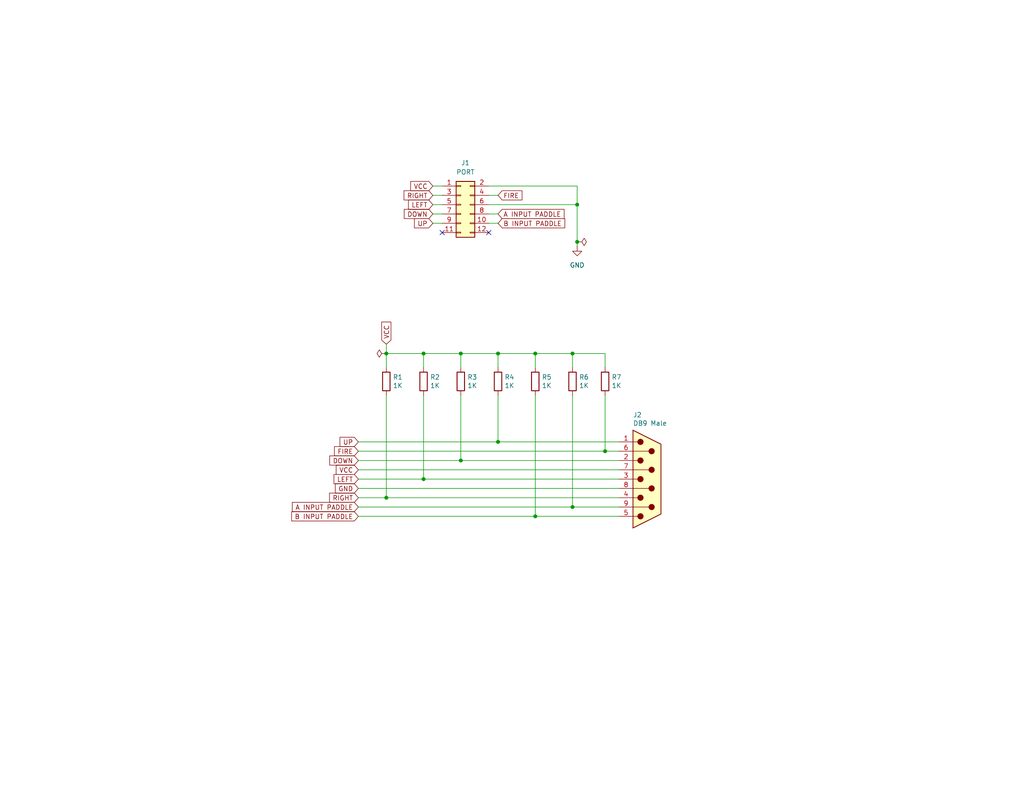
<source format=kicad_sch>
(kicad_sch (version 20250114) (generator "eeschema") (generator_version "9.0")
  (paper "USLetter")
  (title_block (title "6502 Joystick Helper") (date "2025-09-18") (rev "1.0") (company "A.C. Wright Design"))
  (lib_symbols
    (symbol "6502 Parts:DB9 Male" (pin_names (offset 1.016) (hide yes))
      (property "Reference" "J" (at 0 13.97 0))
      (property "Value" "DB9 Male (DTE)" (at 0 -14.605 0))
      (symbol "DB9 Male_0_1"
        (polyline (pts (xy -3.81 10.16) (xy -2.54 10.16)))
        (polyline (pts (xy -3.81 7.62) (xy 0.508 7.62)))
        (polyline (pts (xy -3.81 5.08) (xy -2.54 5.08)))
        (polyline (pts (xy -3.81 2.54) (xy 0.508 2.54)))
        (polyline (pts (xy -3.81 0) (xy -2.54 0)))
        (polyline (pts (xy -3.81 -2.54) (xy 0.508 -2.54)))
        (polyline (pts (xy -3.81 -5.08) (xy -2.54 -5.08)))
        (polyline (pts (xy -3.81 -7.62) (xy 0.508 -7.62)))
        (polyline (pts (xy -3.81 -10.16) (xy -2.54 -10.16)))
      )
      (symbol "DB9 Male_1_1"
        (polyline (pts (xy -3.81 13.335) (xy -3.81 -13.335) (xy 3.81 -9.525) (xy 3.81 9.525) (xy -3.81 13.335)) (stroke (width 0.254)) (fill (type background)))
        (circle (center -1.778 10.16) (radius 0.762) (fill (type outline)))
        (circle (center -1.778 5.08) (radius 0.762) (fill (type outline)))
        (circle (center -1.778 0) (radius 0.762) (fill (type outline)))
        (circle (center -1.778 -5.08) (radius 0.762) (fill (type outline)))
        (circle (center -1.778 -10.16) (radius 0.762) (fill (type outline)))
        (circle (center 1.27 7.62) (radius 0.762) (fill (type outline)))
        (circle (center 1.27 2.54) (radius 0.762) (fill (type outline)))
        (circle (center 1.27 -2.54) (radius 0.762) (fill (type outline)))
        (circle (center 1.27 -7.62) (radius 0.762) (fill (type outline)))
        (pin passive line (at -7.62 10.16 0) (length 3.81) (name "1") (number "1"))
        (pin passive line (at -7.62 7.62 0) (length 3.81) (name "6") (number "6"))
        (pin passive line (at -7.62 5.08 0) (length 3.81) (name "2") (number "2"))
        (pin passive line (at -7.62 2.54 0) (length 3.81) (name "7") (number "7"))
        (pin passive line (at -7.62 0 0) (length 3.81) (name "3") (number "3"))
        (pin passive line (at -7.62 -2.54 0) (length 3.81) (name "8") (number "8"))
        (pin passive line (at -7.62 -5.08 0) (length 3.81) (name "4") (number "4"))
        (pin passive line (at -7.62 -7.62 0) (length 3.81) (name "9") (number "9"))
        (pin passive line (at -7.62 -10.16 0) (length 3.81) (name "5") (number "5"))
      )
    )
    (symbol "Connector_Generic:Conn_02x06_Odd_Even" (pin_names (offset 1.016) (hide yes))
      (property "Reference" "J" (at 1.27 7.62 0))
      (property "Value" "Conn_02x06_Odd_Even" (at 1.27 -10.16 0))
      (symbol "Conn_02x06_Odd_Even_1_1"
        (rectangle (start -1.27 6.35) (end 3.81 -8.89) (stroke (width 0.254)) (fill (type background)))
        (rectangle (start -1.27 5.207) (end 0 4.953) (stroke (width 0.1524)))
        (rectangle (start -1.27 2.667) (end 0 2.413) (stroke (width 0.1524)))
        (rectangle (start -1.27 0.127) (end 0 -0.127) (stroke (width 0.1524)))
        (rectangle (start -1.27 -2.413) (end 0 -2.667) (stroke (width 0.1524)))
        (rectangle (start -1.27 -4.953) (end 0 -5.207) (stroke (width 0.1524)))
        (rectangle (start -1.27 -7.493) (end 0 -7.747) (stroke (width 0.1524)))
        (rectangle (start 3.81 5.207) (end 2.54 4.953) (stroke (width 0.1524)))
        (rectangle (start 3.81 2.667) (end 2.54 2.413) (stroke (width 0.1524)))
        (rectangle (start 3.81 0.127) (end 2.54 -0.127) (stroke (width 0.1524)))
        (rectangle (start 3.81 -2.413) (end 2.54 -2.667) (stroke (width 0.1524)))
        (rectangle (start 3.81 -4.953) (end 2.54 -5.207) (stroke (width 0.1524)))
        (rectangle (start 3.81 -7.493) (end 2.54 -7.747) (stroke (width 0.1524)))
        (pin passive line (at -5.08 5.08 0) (length 3.81) (name "Pin_1") (number "1"))
        (pin passive line (at -5.08 2.54 0) (length 3.81) (name "Pin_3") (number "3"))
        (pin passive line (at -5.08 0 0) (length 3.81) (name "Pin_5") (number "5"))
        (pin passive line (at -5.08 -2.54 0) (length 3.81) (name "Pin_7") (number "7"))
        (pin passive line (at -5.08 -5.08 0) (length 3.81) (name "Pin_9") (number "9"))
        (pin passive line (at -5.08 -7.62 0) (length 3.81) (name "Pin_11") (number "11"))
        (pin passive line (at 7.62 5.08 180) (length 3.81) (name "Pin_2") (number "2"))
        (pin passive line (at 7.62 2.54 180) (length 3.81) (name "Pin_4") (number "4"))
        (pin passive line (at 7.62 0 180) (length 3.81) (name "Pin_6") (number "6"))
        (pin passive line (at 7.62 -2.54 180) (length 3.81) (name "Pin_8") (number "8"))
        (pin passive line (at 7.62 -5.08 180) (length 3.81) (name "Pin_10") (number "10"))
        (pin passive line (at 7.62 -7.62 180) (length 3.81) (name "Pin_12") (number "12"))
      )
    )
    (symbol "Device:R" (pin_numbers (hide yes)) (pin_names (offset 0))
      (property "Reference" "R" (at 2.032 0 90))
      (property "Value" "R" (at 0 0 90))
      (symbol "R_0_1"
        (rectangle (start -1.016 -2.54) (end 1.016 2.54) (stroke (width 0.254)))
      )
      (symbol "R_1_1"
        (pin passive line (at 0 3.81 270) (length 1.27) (name "~") (number "1"))
        (pin passive line (at 0 -3.81 90) (length 1.27) (name "~") (number "2"))
      )
    )
    (symbol "power:GND" (power) (pin_numbers (hide yes)) (pin_names (offset 0) (hide yes))
      (property "Value" "GND" (at 0 -3.81 0))
      (symbol "GND_0_1"
        (polyline (pts (xy 0 0) (xy 0 -1.27) (xy 1.27 -1.27) (xy 0 -2.54) (xy -1.27 -1.27) (xy 0 -1.27)))
      )
      (symbol "GND_1_1"
        (pin power_in line (at 0 0 270) (length 0) (name "~") (number "1"))
      )
    )
    (symbol "power:PWR_FLAG" (power) (pin_numbers (hide yes)) (pin_names (offset 0) (hide yes))
      (property "Value" "PWR_FLAG" (at 0 3.81 0))
      (symbol "PWR_FLAG_0_0"
        (pin power_out line (at 0 0 90) (length 0) (name "~") (number "1"))
      )
      (symbol "PWR_FLAG_0_1"
        (polyline (pts (xy 0 0) (xy 0 1.27) (xy -1.016 1.905) (xy 0 2.54) (xy 1.016 1.905) (xy 0 1.27)))
      )
    )
  )
  (junction (at 115.57 96.52))
  (junction (at 125.73 96.52))
  (junction (at 156.21 138.43))
  (junction (at 135.89 120.65))
  (junction (at 146.05 140.97))
  (junction (at 156.21 96.52))
  (junction (at 165.1 123.19))
  (junction (at 115.57 130.81))
  (junction (at 105.41 96.52))
  (junction (at 105.41 135.89))
  (junction (at 146.05 96.52))
  (junction (at 157.48 55.88))
  (junction (at 157.48 66.04))
  (junction (at 135.89 96.52))
  (junction (at 125.73 125.73))
  (no_connect (at 133.35 63.5))
  (no_connect (at 120.65 63.5))
  (wire (pts (xy 156.21 96.52) (xy 165.1 96.52)))
  (wire (pts (xy 118.11 55.88) (xy 120.65 55.88)))
  (wire (pts (xy 146.05 96.52) (xy 135.89 96.52)))
  (wire (pts (xy 125.73 125.73) (xy 168.91 125.73)))
  (wire (pts (xy 133.35 60.96) (xy 135.89 60.96)))
  (wire (pts (xy 133.35 50.8) (xy 157.48 50.8)))
  (wire (pts (xy 125.73 107.95) (xy 125.73 125.73)))
  (wire (pts (xy 97.79 130.81) (xy 115.57 130.81)))
  (wire (pts (xy 156.21 96.52) (xy 156.21 100.33)))
  (wire (pts (xy 97.79 135.89) (xy 105.41 135.89)))
  (wire (pts (xy 133.35 53.34) (xy 135.89 53.34)))
  (wire (pts (xy 97.79 123.19) (xy 165.1 123.19)))
  (wire (pts (xy 115.57 96.52) (xy 105.41 96.52)))
  (wire (pts (xy 156.21 96.52) (xy 146.05 96.52)))
  (wire (pts (xy 133.35 58.42) (xy 135.89 58.42)))
  (wire (pts (xy 125.73 96.52) (xy 125.73 100.33)))
  (wire (pts (xy 165.1 107.95) (xy 165.1 123.19)))
  (wire (pts (xy 135.89 107.95) (xy 135.89 120.65)))
  (wire (pts (xy 118.11 50.8) (xy 120.65 50.8)))
  (wire (pts (xy 97.79 140.97) (xy 146.05 140.97)))
  (wire (pts (xy 115.57 130.81) (xy 168.91 130.81)))
  (wire (pts (xy 105.41 93.98) (xy 105.41 96.52)))
  (wire (pts (xy 165.1 100.33) (xy 165.1 96.52)))
  (wire (pts (xy 97.79 120.65) (xy 135.89 120.65)))
  (wire (pts (xy 105.41 135.89) (xy 168.91 135.89)))
  (wire (pts (xy 97.79 133.35) (xy 168.91 133.35)))
  (wire (pts (xy 156.21 138.43) (xy 168.91 138.43)))
  (wire (pts (xy 156.21 107.95) (xy 156.21 138.43)))
  (wire (pts (xy 118.11 60.96) (xy 120.65 60.96)))
  (wire (pts (xy 97.79 125.73) (xy 125.73 125.73)))
  (wire (pts (xy 165.1 123.19) (xy 168.91 123.19)))
  (wire (pts (xy 105.41 107.95) (xy 105.41 135.89)))
  (wire (pts (xy 135.89 96.52) (xy 135.89 100.33)))
  (wire (pts (xy 157.48 55.88) (xy 157.48 66.04)))
  (wire (pts (xy 146.05 107.95) (xy 146.05 140.97)))
  (wire (pts (xy 97.79 138.43) (xy 156.21 138.43)))
  (wire (pts (xy 157.48 66.04) (xy 157.48 67.31)))
  (wire (pts (xy 97.79 128.27) (xy 168.91 128.27)))
  (wire (pts (xy 146.05 96.52) (xy 146.05 100.33)))
  (wire (pts (xy 133.35 55.88) (xy 157.48 55.88)))
  (wire (pts (xy 118.11 58.42) (xy 120.65 58.42)))
  (wire (pts (xy 115.57 96.52) (xy 115.57 100.33)))
  (wire (pts (xy 118.11 53.34) (xy 120.65 53.34)))
  (wire (pts (xy 157.48 50.8) (xy 157.48 55.88)))
  (wire (pts (xy 146.05 140.97) (xy 168.91 140.97)))
  (wire (pts (xy 135.89 96.52) (xy 125.73 96.52)))
  (wire (pts (xy 105.41 96.52) (xy 105.41 100.33)))
  (wire (pts (xy 115.57 107.95) (xy 115.57 130.81)))
  (wire (pts (xy 125.73 96.52) (xy 115.57 96.52)))
  (wire (pts (xy 135.89 120.65) (xy 168.91 120.65)))
  (global_label "B INPUT PADDLE" (shape input) (at 97.79 140.97 180) (property "Intersheetrefs" "${INTERSHEET_REFS}" (effects (hide yes))))
  (global_label "RIGHT" (shape input) (at 97.79 135.89 180) (property "Intersheetrefs" "${INTERSHEET_REFS}" (effects (hide yes))))
  (global_label "VCC" (shape input) (at 105.41 93.98 90) (property "Intersheetrefs" "${INTERSHEET_REFS}" (effects (hide yes))))
  (global_label "DOWN" (shape input) (at 97.79 125.73 180) (property "Intersheetrefs" "${INTERSHEET_REFS}" (effects (hide yes))))
  (global_label "FIRE" (shape input) (at 97.79 123.19 180) (property "Intersheetrefs" "${INTERSHEET_REFS}" (effects (hide yes))))
  (global_label "RIGHT" (shape input) (at 118.11 53.34 180) (property "Intersheetrefs" "${INTERSHEET_REFS}" (effects (hide yes))))
  (global_label "UP" (shape input) (at 118.11 60.96 180) (property "Intersheetrefs" "${INTERSHEET_REFS}" (effects (hide yes))))
  (global_label "A INPUT PADDLE" (shape input) (at 97.79 138.43 180) (property "Intersheetrefs" "${INTERSHEET_REFS}" (effects (hide yes))))
  (global_label "FIRE" (shape input) (at 135.89 53.34 0) (property "Intersheetrefs" "${INTERSHEET_REFS}" (effects (hide yes))))
  (global_label "GND" (shape input) (at 97.79 133.35 180) (property "Intersheetrefs" "${INTERSHEET_REFS}" (effects (hide yes))))
  (global_label "LEFT" (shape input) (at 97.79 130.81 180) (property "Intersheetrefs" "${INTERSHEET_REFS}" (effects (hide yes))))
  (global_label "VCC" (shape input) (at 118.11 50.8 180) (property "Intersheetrefs" "${INTERSHEET_REFS}" (effects (hide yes))))
  (global_label "VCC" (shape input) (at 97.79 128.27 180) (property "Intersheetrefs" "${INTERSHEET_REFS}" (effects (hide yes))))
  (global_label "LEFT" (shape input) (at 118.11 55.88 180) (property "Intersheetrefs" "${INTERSHEET_REFS}" (effects (hide yes))))
  (global_label "A INPUT PADDLE" (shape input) (at 135.89 58.42 0) (property "Intersheetrefs" "${INTERSHEET_REFS}" (effects (hide yes))))
  (global_label "UP" (shape input) (at 97.79 120.65 180) (property "Intersheetrefs" "${INTERSHEET_REFS}" (effects (hide yes))))
  (global_label "DOWN" (shape input) (at 118.11 58.42 180) (property "Intersheetrefs" "${INTERSHEET_REFS}" (effects (hide yes))))
  (global_label "B INPUT PADDLE" (shape input) (at 135.89 60.96 0) (property "Intersheetrefs" "${INTERSHEET_REFS}" (effects (hide yes))))
  (symbol (lib_id "6502 Parts:DB9 Male") (at 176.53 130.81 0) (unit 1) (in_bom no)
    (property "Reference" "J2" (at 172.72 113.284 0) (effects (justify left)))
    (property "Value" "DB9 Male" (at 172.72 115.57 0) (effects (justify left)))
    (property "Footprint" "6502 Parts:DB9 Male" (effects (hide yes)))
    (property "Datasheet" " ~" (effects (hide yes)))
    (property "Sparkfun" "PRT-00429" (effects (hide yes)))
  )
  (symbol (lib_id "power:PWR_FLAG") (at 105.41 96.52 90) (unit 1)
    (property "Reference" "#FLG01" (effects (hide yes)))
    (property "Value" "PWR_FLAG" (effects (hide yes)))
    (property "Description" "Special symbol for telling ERC where power comes from" (effects (hide yes)))
  )
  (symbol (lib_id "Device:R") (at 115.57 104.14 180) (unit 1) (in_bom no)
    (property "Reference" "R2" (at 117.348 102.9716 0) (effects (justify right)))
    (property "Value" "1K" (at 117.348 105.283 0) (effects (justify right)))
    (property "Footprint" "Resistor_THT:R_Axial_DIN0204_L3.6mm_D1.6mm_P5.08mm_Horizontal" (effects (hide yes)))
    (property "Description" "Resistor" (effects (hide yes)))
  )
  (symbol (lib_id "Device:R") (at 165.1 104.14 180) (unit 1) (in_bom no)
    (property "Reference" "R7" (at 166.878 102.9716 0) (effects (justify right)))
    (property "Value" "1K" (at 166.878 105.283 0) (effects (justify right)))
    (property "Footprint" "Resistor_THT:R_Axial_DIN0204_L3.6mm_D1.6mm_P5.08mm_Horizontal" (effects (hide yes)))
    (property "Description" "Resistor" (effects (hide yes)))
  )
  (symbol (lib_id "Device:R") (at 146.05 104.14 180) (unit 1) (in_bom no)
    (property "Reference" "R5" (at 147.828 102.9716 0) (effects (justify right)))
    (property "Value" "1K" (at 147.828 105.283 0) (effects (justify right)))
    (property "Footprint" "Resistor_THT:R_Axial_DIN0204_L3.6mm_D1.6mm_P5.08mm_Horizontal" (effects (hide yes)))
    (property "Description" "Resistor" (effects (hide yes)))
  )
  (symbol (lib_id "Device:R") (at 135.89 104.14 180) (unit 1) (in_bom no)
    (property "Reference" "R4" (at 137.668 102.9716 0) (effects (justify right)))
    (property "Value" "1K" (at 137.668 105.283 0) (effects (justify right)))
    (property "Footprint" "Resistor_THT:R_Axial_DIN0204_L3.6mm_D1.6mm_P5.08mm_Horizontal" (effects (hide yes)))
    (property "Description" "Resistor" (effects (hide yes)))
  )
  (symbol (lib_id "Connector_Generic:Conn_02x06_Odd_Even") (at 125.73 55.88 0) (unit 1)
    (property "Reference" "J1" (at 127 44.45 0))
    (property "Value" "PORT" (at 127 46.99 0))
    (property "Footprint" "6502 Parts:6502 GPIO Connector" (effects (hide yes)))
    (property "Description" "Generic connector, double row, 02x06, odd/even pin numbering scheme (row 1 odd numbers, row 2 even numbers), script generated (kicad-library-utils/schlib/autogen/connector/)" (effects (hide yes)))
  )
  (symbol (lib_id "power:PWR_FLAG") (at 157.48 66.04 270) (unit 1)
    (property "Reference" "#FLG02" (effects (hide yes)))
    (property "Value" "PWR_FLAG" (effects (hide yes)))
    (property "Description" "Special symbol for telling ERC where power comes from" (effects (hide yes)))
  )
  (symbol (lib_id "Device:R") (at 156.21 104.14 180) (unit 1) (in_bom no)
    (property "Reference" "R6" (at 157.988 102.9716 0) (effects (justify right)))
    (property "Value" "1K" (at 157.988 105.283 0) (effects (justify right)))
    (property "Footprint" "Resistor_THT:R_Axial_DIN0204_L3.6mm_D1.6mm_P5.08mm_Horizontal" (effects (hide yes)))
    (property "Description" "Resistor" (effects (hide yes)))
  )
  (symbol (lib_id "Device:R") (at 125.73 104.14 180) (unit 1) (in_bom no)
    (property "Reference" "R3" (at 127.508 102.9716 0) (effects (justify right)))
    (property "Value" "1K" (at 127.508 105.283 0) (effects (justify right)))
    (property "Footprint" "Resistor_THT:R_Axial_DIN0204_L3.6mm_D1.6mm_P5.08mm_Horizontal" (effects (hide yes)))
    (property "Description" "Resistor" (effects (hide yes)))
  )
  (symbol (lib_id "Device:R") (at 105.41 104.14 180) (unit 1) (in_bom no)
    (property "Reference" "R1" (at 107.188 102.9716 0) (effects (justify right)))
    (property "Value" "1K" (at 107.188 105.283 0) (effects (justify right)))
    (property "Footprint" "Resistor_THT:R_Axial_DIN0204_L3.6mm_D1.6mm_P5.08mm_Horizontal" (effects (hide yes)))
    (property "Description" "Resistor" (effects (hide yes)))
  )
  (symbol (lib_id "power:GND") (at 157.48 67.31 0) (unit 1)
    (property "Reference" "#PWR01" (effects (hide yes)))
    (property "Value" "GND" (at 157.48 72.39 0))
    (property "Description" "Power symbol creates a global label with name \"GND\" , ground" (effects (hide yes)))
  )
)
</source>
